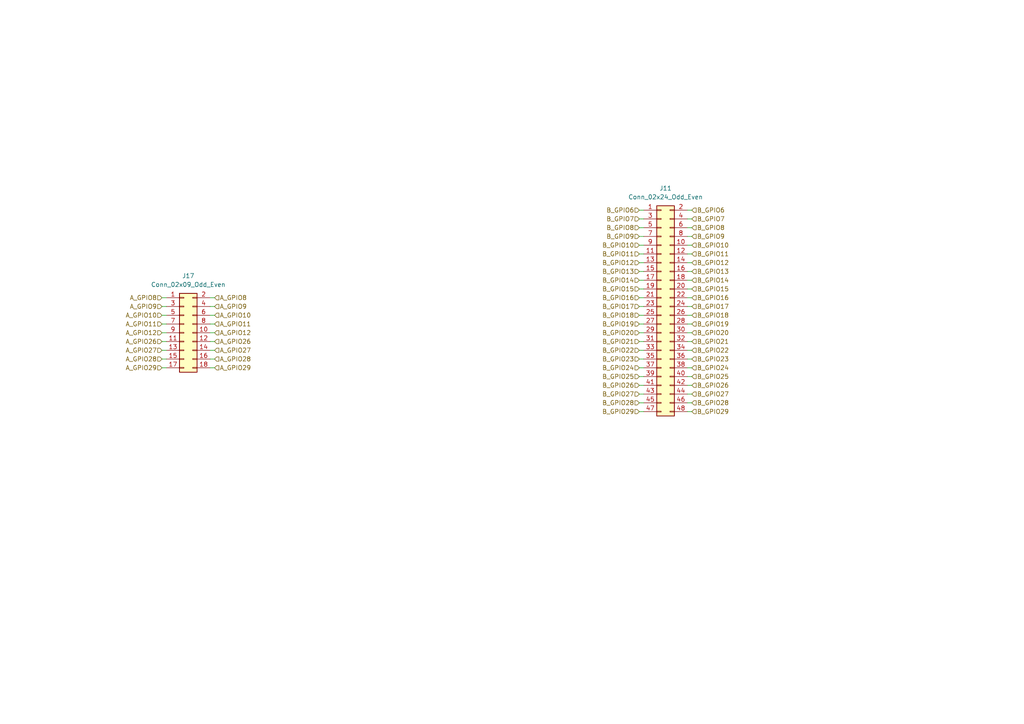
<source format=kicad_sch>
(kicad_sch (version 20230121) (generator eeschema)
  (paper "A4")
  (lib_symbols
    (symbol "Connector_Generic:Conn_02x09_Odd_Even" (pin_names (offset 1.016) hide)
      (property "Reference" "J" (at 1.27 12.7 0))
      (property "Value" "Conn_02x09_Odd_Even" (at 1.27 -12.7 0))
      (symbol "Conn_02x09_Odd_Even_1_1"
        (rectangle (start -1.27 -10.033) (end 0 -10.287) (stroke (width 0.1524)))
        (rectangle (start -1.27 -7.493) (end 0 -7.747) (stroke (width 0.1524)))
        (rectangle (start -1.27 -4.953) (end 0 -5.207) (stroke (width 0.1524)))
        (rectangle (start -1.27 -2.413) (end 0 -2.667) (stroke (width 0.1524)))
        (rectangle (start -1.27 0.127) (end 0 -0.127) (stroke (width 0.1524)))
        (rectangle (start -1.27 2.667) (end 0 2.413) (stroke (width 0.1524)))
        (rectangle (start -1.27 5.207) (end 0 4.953) (stroke (width 0.1524)))
        (rectangle (start -1.27 7.747) (end 0 7.493) (stroke (width 0.1524)))
        (rectangle (start -1.27 10.287) (end 0 10.033) (stroke (width 0.1524)))
        (rectangle (start -1.27 11.43) (end 3.81 -11.43) (stroke (width 0.254)) (fill (type background)))
        (rectangle (start 3.81 -10.033) (end 2.54 -10.287) (stroke (width 0.1524)))
        (rectangle (start 3.81 -7.493) (end 2.54 -7.747) (stroke (width 0.1524)))
        (rectangle (start 3.81 -4.953) (end 2.54 -5.207) (stroke (width 0.1524)))
        (rectangle (start 3.81 -2.413) (end 2.54 -2.667) (stroke (width 0.1524)))
        (rectangle (start 3.81 0.127) (end 2.54 -0.127) (stroke (width 0.1524)))
        (rectangle (start 3.81 2.667) (end 2.54 2.413) (stroke (width 0.1524)))
        (rectangle (start 3.81 5.207) (end 2.54 4.953) (stroke (width 0.1524)))
        (rectangle (start 3.81 7.747) (end 2.54 7.493) (stroke (width 0.1524)))
        (rectangle (start 3.81 10.287) (end 2.54 10.033) (stroke (width 0.1524)))
        (pin passive line (at -5.08 10.16 0) (length 3.81) (name "Pin_1") (number "1"))
        (pin passive line (at 7.62 0 180) (length 3.81) (name "Pin_10") (number "10"))
        (pin passive line (at -5.08 -2.54 0) (length 3.81) (name "Pin_11") (number "11"))
        (pin passive line (at 7.62 -2.54 180) (length 3.81) (name "Pin_12") (number "12"))
        (pin passive line (at -5.08 -5.08 0) (length 3.81) (name "Pin_13") (number "13"))
        (pin passive line (at 7.62 -5.08 180) (length 3.81) (name "Pin_14") (number "14"))
        (pin passive line (at -5.08 -7.62 0) (length 3.81) (name "Pin_15") (number "15"))
        (pin passive line (at 7.62 -7.62 180) (length 3.81) (name "Pin_16") (number "16"))
        (pin passive line (at -5.08 -10.16 0) (length 3.81) (name "Pin_17") (number "17"))
        (pin passive line (at 7.62 -10.16 180) (length 3.81) (name "Pin_18") (number "18"))
        (pin passive line (at 7.62 10.16 180) (length 3.81) (name "Pin_2") (number "2"))
        (pin passive line (at -5.08 7.62 0) (length 3.81) (name "Pin_3") (number "3"))
        (pin passive line (at 7.62 7.62 180) (length 3.81) (name "Pin_4") (number "4"))
        (pin passive line (at -5.08 5.08 0) (length 3.81) (name "Pin_5") (number "5"))
        (pin passive line (at 7.62 5.08 180) (length 3.81) (name "Pin_6") (number "6"))
        (pin passive line (at -5.08 2.54 0) (length 3.81) (name "Pin_7") (number "7"))
        (pin passive line (at 7.62 2.54 180) (length 3.81) (name "Pin_8") (number "8"))
        (pin passive line (at -5.08 0 0) (length 3.81) (name "Pin_9") (number "9"))
      )
    )
    (symbol "Connector_Generic:Conn_02x24_Odd_Even" (pin_names (offset 1.016) hide)
      (property "Reference" "J" (at 1.27 30.48 0))
      (property "Value" "Conn_02x24_Odd_Even" (at 1.27 -33.02 0))
      (symbol "Conn_02x24_Odd_Even_1_1"
        (rectangle (start -1.27 -30.353) (end 0 -30.607) (stroke (width 0.1524)))
        (rectangle (start -1.27 -27.813) (end 0 -28.067) (stroke (width 0.1524)))
        (rectangle (start -1.27 -25.273) (end 0 -25.527) (stroke (width 0.1524)))
        (rectangle (start -1.27 -22.733) (end 0 -22.987) (stroke (width 0.1524)))
        (rectangle (start -1.27 -20.193) (end 0 -20.447) (stroke (width 0.1524)))
        (rectangle (start -1.27 -17.653) (end 0 -17.907) (stroke (width 0.1524)))
        (rectangle (start -1.27 -15.113) (end 0 -15.367) (stroke (width 0.1524)))
        (rectangle (start -1.27 -12.573) (end 0 -12.827) (stroke (width 0.1524)))
        (rectangle (start -1.27 -10.033) (end 0 -10.287) (stroke (width 0.1524)))
        (rectangle (start -1.27 -7.493) (end 0 -7.747) (stroke (width 0.1524)))
        (rectangle (start -1.27 -4.953) (end 0 -5.207) (stroke (width 0.1524)))
        (rectangle (start -1.27 -2.413) (end 0 -2.667) (stroke (width 0.1524)))
        (rectangle (start -1.27 0.127) (end 0 -0.127) (stroke (width 0.1524)))
        (rectangle (start -1.27 2.667) (end 0 2.413) (stroke (width 0.1524)))
        (rectangle (start -1.27 5.207) (end 0 4.953) (stroke (width 0.1524)))
        (rectangle (start -1.27 7.747) (end 0 7.493) (stroke (width 0.1524)))
        (rectangle (start -1.27 10.287) (end 0 10.033) (stroke (width 0.1524)))
        (rectangle (start -1.27 12.827) (end 0 12.573) (stroke (width 0.1524)))
        (rectangle (start -1.27 15.367) (end 0 15.113) (stroke (width 0.1524)))
        (rectangle (start -1.27 17.907) (end 0 17.653) (stroke (width 0.1524)))
        (rectangle (start -1.27 20.447) (end 0 20.193) (stroke (width 0.1524)))
        (rectangle (start -1.27 22.987) (end 0 22.733) (stroke (width 0.1524)))
        (rectangle (start -1.27 25.527) (end 0 25.273) (stroke (width 0.1524)))
        (rectangle (start -1.27 28.067) (end 0 27.813) (stroke (width 0.1524)))
        (rectangle (start -1.27 29.21) (end 3.81 -31.75) (stroke (width 0.254)) (fill (type background)))
        (rectangle (start 3.81 -30.353) (end 2.54 -30.607) (stroke (width 0.1524)))
        (rectangle (start 3.81 -27.813) (end 2.54 -28.067) (stroke (width 0.1524)))
        (rectangle (start 3.81 -25.273) (end 2.54 -25.527) (stroke (width 0.1524)))
        (rectangle (start 3.81 -22.733) (end 2.54 -22.987) (stroke (width 0.1524)))
        (rectangle (start 3.81 -20.193) (end 2.54 -20.447) (stroke (width 0.1524)))
        (rectangle (start 3.81 -17.653) (end 2.54 -17.907) (stroke (width 0.1524)))
        (rectangle (start 3.81 -15.113) (end 2.54 -15.367) (stroke (width 0.1524)))
        (rectangle (start 3.81 -12.573) (end 2.54 -12.827) (stroke (width 0.1524)))
        (rectangle (start 3.81 -10.033) (end 2.54 -10.287) (stroke (width 0.1524)))
        (rectangle (start 3.81 -7.493) (end 2.54 -7.747) (stroke (width 0.1524)))
        (rectangle (start 3.81 -4.953) (end 2.54 -5.207) (stroke (width 0.1524)))
        (rectangle (start 3.81 -2.413) (end 2.54 -2.667) (stroke (width 0.1524)))
        (rectangle (start 3.81 0.127) (end 2.54 -0.127) (stroke (width 0.1524)))
        (rectangle (start 3.81 2.667) (end 2.54 2.413) (stroke (width 0.1524)))
        (rectangle (start 3.81 5.207) (end 2.54 4.953) (stroke (width 0.1524)))
        (rectangle (start 3.81 7.747) (end 2.54 7.493) (stroke (width 0.1524)))
        (rectangle (start 3.81 10.287) (end 2.54 10.033) (stroke (width 0.1524)))
        (rectangle (start 3.81 12.827) (end 2.54 12.573) (stroke (width 0.1524)))
        (rectangle (start 3.81 15.367) (end 2.54 15.113) (stroke (width 0.1524)))
        (rectangle (start 3.81 17.907) (end 2.54 17.653) (stroke (width 0.1524)))
        (rectangle (start 3.81 20.447) (end 2.54 20.193) (stroke (width 0.1524)))
        (rectangle (start 3.81 22.987) (end 2.54 22.733) (stroke (width 0.1524)))
        (rectangle (start 3.81 25.527) (end 2.54 25.273) (stroke (width 0.1524)))
        (rectangle (start 3.81 28.067) (end 2.54 27.813) (stroke (width 0.1524)))
        (pin passive line (at -5.08 27.94 0) (length 3.81) (name "Pin_1") (number "1"))
        (pin passive line (at 7.62 17.78 180) (length 3.81) (name "Pin_10") (number "10"))
        (pin passive line (at -5.08 15.24 0) (length 3.81) (name "Pin_11") (number "11"))
        (pin passive line (at 7.62 15.24 180) (length 3.81) (name "Pin_12") (number "12"))
        (pin passive line (at -5.08 12.7 0) (length 3.81) (name "Pin_13") (number "13"))
        (pin passive line (at 7.62 12.7 180) (length 3.81) (name "Pin_14") (number "14"))
        (pin passive line (at -5.08 10.16 0) (length 3.81) (name "Pin_15") (number "15"))
        (pin passive line (at 7.62 10.16 180) (length 3.81) (name "Pin_16") (number "16"))
        (pin passive line (at -5.08 7.62 0) (length 3.81) (name "Pin_17") (number "17"))
        (pin passive line (at 7.62 7.62 180) (length 3.81) (name "Pin_18") (number "18"))
        (pin passive line (at -5.08 5.08 0) (length 3.81) (name "Pin_19") (number "19"))
        (pin passive line (at 7.62 27.94 180) (length 3.81) (name "Pin_2") (number "2"))
        (pin passive line (at 7.62 5.08 180) (length 3.81) (name "Pin_20") (number "20"))
        (pin passive line (at -5.08 2.54 0) (length 3.81) (name "Pin_21") (number "21"))
        (pin passive line (at 7.62 2.54 180) (length 3.81) (name "Pin_22") (number "22"))
        (pin passive line (at -5.08 0 0) (length 3.81) (name "Pin_23") (number "23"))
        (pin passive line (at 7.62 0 180) (length 3.81) (name "Pin_24") (number "24"))
        (pin passive line (at -5.08 -2.54 0) (length 3.81) (name "Pin_25") (number "25"))
        (pin passive line (at 7.62 -2.54 180) (length 3.81) (name "Pin_26") (number "26"))
        (pin passive line (at -5.08 -5.08 0) (length 3.81) (name "Pin_27") (number "27"))
        (pin passive line (at 7.62 -5.08 180) (length 3.81) (name "Pin_28") (number "28"))
        (pin passive line (at -5.08 -7.62 0) (length 3.81) (name "Pin_29") (number "29"))
        (pin passive line (at -5.08 25.4 0) (length 3.81) (name "Pin_3") (number "3"))
        (pin passive line (at 7.62 -7.62 180) (length 3.81) (name "Pin_30") (number "30"))
        (pin passive line (at -5.08 -10.16 0) (length 3.81) (name "Pin_31") (number "31"))
        (pin passive line (at 7.62 -10.16 180) (length 3.81) (name "Pin_32") (number "32"))
        (pin passive line (at -5.08 -12.7 0) (length 3.81) (name "Pin_33") (number "33"))
        (pin passive line (at 7.62 -12.7 180) (length 3.81) (name "Pin_34") (number "34"))
        (pin passive line (at -5.08 -15.24 0) (length 3.81) (name "Pin_35") (number "35"))
        (pin passive line (at 7.62 -15.24 180) (length 3.81) (name "Pin_36") (number "36"))
        (pin passive line (at -5.08 -17.78 0) (length 3.81) (name "Pin_37") (number "37"))
        (pin passive line (at 7.62 -17.78 180) (length 3.81) (name "Pin_38") (number "38"))
        (pin passive line (at -5.08 -20.32 0) (length 3.81) (name "Pin_39") (number "39"))
        (pin passive line (at 7.62 25.4 180) (length 3.81) (name "Pin_4") (number "4"))
        (pin passive line (at 7.62 -20.32 180) (length 3.81) (name "Pin_40") (number "40"))
        (pin passive line (at -5.08 -22.86 0) (length 3.81) (name "Pin_41") (number "41"))
        (pin passive line (at 7.62 -22.86 180) (length 3.81) (name "Pin_42") (number "42"))
        (pin passive line (at -5.08 -25.4 0) (length 3.81) (name "Pin_43") (number "43"))
        (pin passive line (at 7.62 -25.4 180) (length 3.81) (name "Pin_44") (number "44"))
        (pin passive line (at -5.08 -27.94 0) (length 3.81) (name "Pin_45") (number "45"))
        (pin passive line (at 7.62 -27.94 180) (length 3.81) (name "Pin_46") (number "46"))
        (pin passive line (at -5.08 -30.48 0) (length 3.81) (name "Pin_47") (number "47"))
        (pin passive line (at 7.62 -30.48 180) (length 3.81) (name "Pin_48") (number "48"))
        (pin passive line (at -5.08 22.86 0) (length 3.81) (name "Pin_5") (number "5"))
        (pin passive line (at 7.62 22.86 180) (length 3.81) (name "Pin_6") (number "6"))
        (pin passive line (at -5.08 20.32 0) (length 3.81) (name "Pin_7") (number "7"))
        (pin passive line (at 7.62 20.32 180) (length 3.81) (name "Pin_8") (number "8"))
        (pin passive line (at -5.08 17.78 0) (length 3.81) (name "Pin_9") (number "9"))
      )
    )
  )
  (wire (pts (xy 185.42 114.3) (xy 186.69 114.3)))
  (wire (pts (xy 46.99 88.9) (xy 48.26 88.9)))
  (wire (pts (xy 60.96 88.9) (xy 62.23 88.9)))
  (wire (pts (xy 185.42 86.36) (xy 186.69 86.36)))
  (wire (pts (xy 60.96 104.14) (xy 62.23 104.14)))
  (wire (pts (xy 185.42 71.12) (xy 186.69 71.12)))
  (wire (pts (xy 60.96 86.36) (xy 62.23 86.36)))
  (wire (pts (xy 60.96 93.98) (xy 62.23 93.98)))
  (wire (pts (xy 199.39 88.9) (xy 200.66 88.9)))
  (wire (pts (xy 46.99 101.6) (xy 48.26 101.6)))
  (wire (pts (xy 199.39 119.38) (xy 200.66 119.38)))
  (wire (pts (xy 185.42 101.6) (xy 186.69 101.6)))
  (wire (pts (xy 199.39 86.36) (xy 200.66 86.36)))
  (wire (pts (xy 46.99 104.14) (xy 48.26 104.14)))
  (wire (pts (xy 185.42 63.5) (xy 186.69 63.5)))
  (wire (pts (xy 185.42 68.58) (xy 186.69 68.58)))
  (wire (pts (xy 199.39 73.66) (xy 200.66 73.66)))
  (wire (pts (xy 185.42 99.06) (xy 186.69 99.06)))
  (wire (pts (xy 199.39 96.52) (xy 200.66 96.52)))
  (wire (pts (xy 46.99 86.36) (xy 48.26 86.36)))
  (wire (pts (xy 185.42 111.76) (xy 186.69 111.76)))
  (wire (pts (xy 185.42 73.66) (xy 186.69 73.66)))
  (wire (pts (xy 199.39 116.84) (xy 200.66 116.84)))
  (wire (pts (xy 185.42 93.98) (xy 186.69 93.98)))
  (wire (pts (xy 185.42 76.2) (xy 186.69 76.2)))
  (wire (pts (xy 185.42 96.52) (xy 186.69 96.52)))
  (wire (pts (xy 46.99 99.06) (xy 48.26 99.06)))
  (wire (pts (xy 185.42 88.9) (xy 186.69 88.9)))
  (wire (pts (xy 199.39 76.2) (xy 200.66 76.2)))
  (wire (pts (xy 199.39 104.14) (xy 200.66 104.14)))
  (wire (pts (xy 46.99 96.52) (xy 48.26 96.52)))
  (wire (pts (xy 60.96 101.6) (xy 62.23 101.6)))
  (wire (pts (xy 199.39 101.6) (xy 200.66 101.6)))
  (wire (pts (xy 199.39 99.06) (xy 200.66 99.06)))
  (wire (pts (xy 185.42 66.04) (xy 186.69 66.04)))
  (wire (pts (xy 199.39 106.68) (xy 200.66 106.68)))
  (wire (pts (xy 185.42 106.68) (xy 186.69 106.68)))
  (wire (pts (xy 199.39 114.3) (xy 200.66 114.3)))
  (wire (pts (xy 199.39 78.74) (xy 200.66 78.74)))
  (wire (pts (xy 185.42 104.14) (xy 186.69 104.14)))
  (wire (pts (xy 199.39 63.5) (xy 200.66 63.5)))
  (wire (pts (xy 199.39 109.22) (xy 200.66 109.22)))
  (wire (pts (xy 185.42 116.84) (xy 186.69 116.84)))
  (wire (pts (xy 199.39 93.98) (xy 200.66 93.98)))
  (wire (pts (xy 185.42 119.38) (xy 186.69 119.38)))
  (wire (pts (xy 185.42 78.74) (xy 186.69 78.74)))
  (wire (pts (xy 185.42 81.28) (xy 186.69 81.28)))
  (wire (pts (xy 185.42 60.96) (xy 186.69 60.96)))
  (wire (pts (xy 199.39 91.44) (xy 200.66 91.44)))
  (wire (pts (xy 199.39 111.76) (xy 200.66 111.76)))
  (wire (pts (xy 199.39 60.96) (xy 200.66 60.96)))
  (wire (pts (xy 60.96 99.06) (xy 62.23 99.06)))
  (wire (pts (xy 46.99 93.98) (xy 48.26 93.98)))
  (wire (pts (xy 60.96 91.44) (xy 62.23 91.44)))
  (wire (pts (xy 60.96 96.52) (xy 62.23 96.52)))
  (wire (pts (xy 199.39 83.82) (xy 200.66 83.82)))
  (wire (pts (xy 199.39 68.58) (xy 200.66 68.58)))
  (wire (pts (xy 46.99 106.68) (xy 48.26 106.68)))
  (wire (pts (xy 46.99 91.44) (xy 48.26 91.44)))
  (wire (pts (xy 60.96 106.68) (xy 62.23 106.68)))
  (wire (pts (xy 199.39 66.04) (xy 200.66 66.04)))
  (wire (pts (xy 199.39 81.28) (xy 200.66 81.28)))
  (wire (pts (xy 185.42 109.22) (xy 186.69 109.22)))
  (wire (pts (xy 185.42 83.82) (xy 186.69 83.82)))
  (wire (pts (xy 199.39 71.12) (xy 200.66 71.12)))
  (wire (pts (xy 185.42 91.44) (xy 186.69 91.44)))
  (hierarchical_label "B_GPIO21" (shape input) (at 200.66 99.06 0))
  (hierarchical_label "B_GPIO10" (shape input) (at 185.42 71.12 180))
  (hierarchical_label "B_GPIO18" (shape input) (at 200.66 91.44 0))
  (hierarchical_label "B_GPIO9" (shape input) (at 200.66 68.58 0))
  (hierarchical_label "B_GPIO13" (shape input) (at 200.66 78.74 0))
  (hierarchical_label "A_GPIO29" (shape input) (at 62.23 106.68 0))
  (hierarchical_label "B_GPIO6" (shape input) (at 185.42 60.96 180))
  (hierarchical_label "B_GPIO16" (shape input) (at 185.42 86.36 180))
  (hierarchical_label "B_GPIO27" (shape input) (at 185.42 114.3 180))
  (hierarchical_label "B_GPIO22" (shape input) (at 185.42 101.6 180))
  (hierarchical_label "B_GPIO26" (shape input) (at 200.66 111.76 0))
  (hierarchical_label "B_GPIO23" (shape input) (at 185.42 104.14 180))
  (hierarchical_label "B_GPIO14" (shape input) (at 185.42 81.28 180))
  (hierarchical_label "B_GPIO7" (shape input) (at 200.66 63.5 0))
  (hierarchical_label "B_GPIO25" (shape input) (at 185.42 109.22 180))
  (hierarchical_label "A_GPIO10" (shape input) (at 62.23 91.44 0))
  (hierarchical_label "B_GPIO8" (shape input) (at 185.42 66.04 180))
  (hierarchical_label "B_GPIO11" (shape input) (at 185.42 73.66 180))
  (hierarchical_label "B_GPIO26" (shape input) (at 185.42 111.76 180))
  (hierarchical_label "B_GPIO20" (shape input) (at 185.42 96.52 180))
  (hierarchical_label "A_GPIO11" (shape input) (at 46.99 93.98 180))
  (hierarchical_label "A_GPIO10" (shape input) (at 46.99 91.44 180))
  (hierarchical_label "A_GPIO8" (shape input) (at 46.99 86.36 180))
  (hierarchical_label "B_GPIO20" (shape input) (at 200.66 96.52 0))
  (hierarchical_label "B_GPIO6" (shape input) (at 200.66 60.96 0))
  (hierarchical_label "B_GPIO9" (shape input) (at 185.42 68.58 180))
  (hierarchical_label "B_GPIO10" (shape input) (at 200.66 71.12 0))
  (hierarchical_label "B_GPIO16" (shape input) (at 200.66 86.36 0))
  (hierarchical_label "B_GPIO19" (shape input) (at 200.66 93.98 0))
  (hierarchical_label "B_GPIO22" (shape input) (at 200.66 101.6 0))
  (hierarchical_label "B_GPIO8" (shape input) (at 200.66 66.04 0))
  (hierarchical_label "A_GPIO27" (shape input) (at 46.99 101.6 180))
  (hierarchical_label "A_GPIO8" (shape input) (at 62.23 86.36 0))
  (hierarchical_label "B_GPIO15" (shape input) (at 200.66 83.82 0))
  (hierarchical_label "A_GPIO26" (shape input) (at 62.23 99.06 0))
  (hierarchical_label "B_GPIO28" (shape input) (at 200.66 116.84 0))
  (hierarchical_label "A_GPIO28" (shape input) (at 62.23 104.14 0))
  (hierarchical_label "B_GPIO11" (shape input) (at 200.66 73.66 0))
  (hierarchical_label "A_GPIO12" (shape input) (at 62.23 96.52 0))
  (hierarchical_label "A_GPIO28" (shape input) (at 46.99 104.14 180))
  (hierarchical_label "B_GPIO29" (shape input) (at 185.42 119.38 180))
  (hierarchical_label "B_GPIO18" (shape input) (at 185.42 91.44 180))
  (hierarchical_label "B_GPIO23" (shape input) (at 200.66 104.14 0))
  (hierarchical_label "B_GPIO29" (shape input) (at 200.66 119.38 0))
  (hierarchical_label "A_GPIO12" (shape input) (at 46.99 96.52 180))
  (hierarchical_label "B_GPIO28" (shape input) (at 185.42 116.84 180))
  (hierarchical_label "A_GPIO9" (shape input) (at 62.23 88.9 0))
  (hierarchical_label "B_GPIO12" (shape input) (at 185.42 76.2 180))
  (hierarchical_label "B_GPIO12" (shape input) (at 200.66 76.2 0))
  (hierarchical_label "A_GPIO9" (shape input) (at 46.99 88.9 180))
  (hierarchical_label "B_GPIO17" (shape input) (at 185.42 88.9 180))
  (hierarchical_label "B_GPIO17" (shape input) (at 200.66 88.9 0))
  (hierarchical_label "A_GPIO26" (shape input) (at 46.99 99.06 180))
  (hierarchical_label "B_GPIO21" (shape input) (at 185.42 99.06 180))
  (hierarchical_label "B_GPIO25" (shape input) (at 200.66 109.22 0))
  (hierarchical_label "B_GPIO7" (shape input) (at 185.42 63.5 180))
  (hierarchical_label "B_GPIO13" (shape input) (at 185.42 78.74 180))
  (hierarchical_label "B_GPIO24" (shape input) (at 185.42 106.68 180))
  (hierarchical_label "B_GPIO14" (shape input) (at 200.66 81.28 0))
  (hierarchical_label "B_GPIO27" (shape input) (at 200.66 114.3 0))
  (hierarchical_label "B_GPIO24" (shape input) (at 200.66 106.68 0))
  (hierarchical_label "A_GPIO11" (shape input) (at 62.23 93.98 0))
  (hierarchical_label "B_GPIO19" (shape input) (at 185.42 93.98 180))
  (hierarchical_label "A_GPIO27" (shape input) (at 62.23 101.6 0))
  (hierarchical_label "A_GPIO29" (shape input) (at 46.99 106.68 180))
  (hierarchical_label "B_GPIO15" (shape input) (at 185.42 83.82 180))
  (symbol (lib_id "Connector_Generic:Conn_02x09_Odd_Even") (at 53.34 96.52 0) (unit 1)
    (property "Reference" "J17" (at 54.61 80.01 0))
    (property "Value" "Conn_02x09_Odd_Even" (at 54.61 82.55 0))
    (property "Footprint" "Connector_PinSocket_2.00mm:PinSocket_2x09_P2.00mm_Vertical" (effects hide))
  )
  (symbol (lib_id "Connector_Generic:Conn_02x24_Odd_Even") (at 191.77 88.9 0) (unit 1)
    (property "Reference" "J11" (at 193.04 54.61 0))
    (property "Value" "Conn_02x24_Odd_Even" (at 193.04 57.15 0))
    (property "Footprint" "Connector_PinSocket_2.00mm:PinSocket_2x24_P2.00mm_Vertical" (effects hide))
  )
)
</source>
